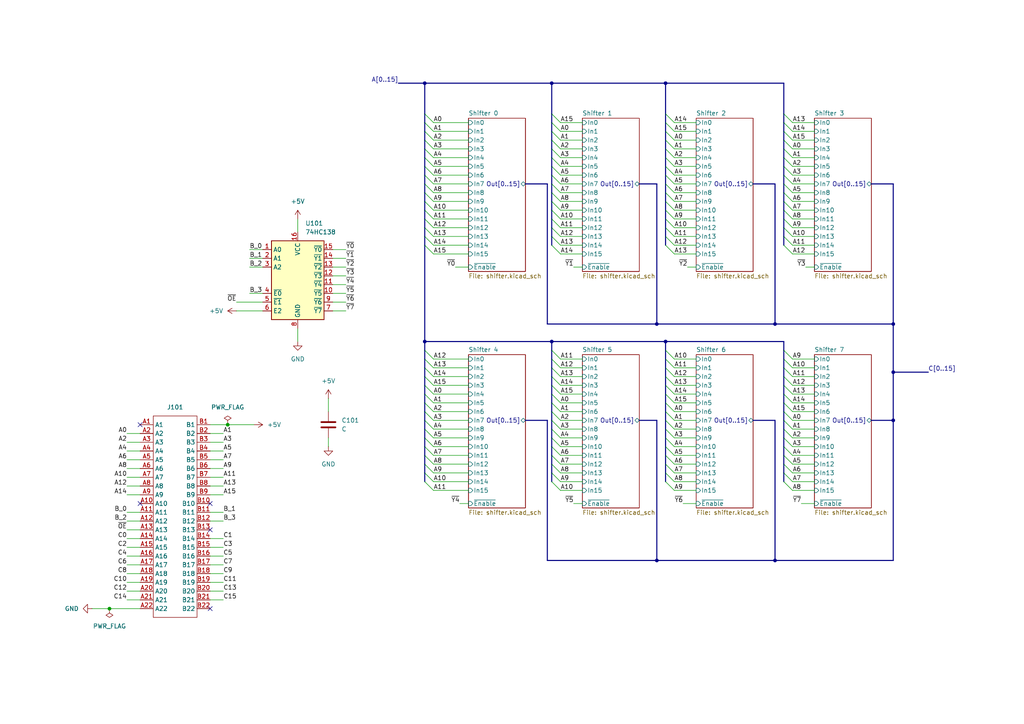
<source format=kicad_sch>
(kicad_sch (version 20231120) (generator "eeschema") (generator_version "8.0")
  (paper "A4")
  (lib_symbols
    (symbol "74xx:74HC138"
      (property "Reference" "U" (at -7.62 13.97 0))
      (property "Value" "74HC138" (at 2.54 -11.43 0))
      (symbol "74HC138_0_1"
        (rectangle (start -7.62 12.7) (end 7.62 -10.16) (stroke (width 0.254)) (fill (type background)))
      )
      (symbol "74HC138_1_1"
        (pin input line (at -10.16 10.16 0) (length 2.54) (name "A0") (number "1"))
        (pin output line (at 10.16 -2.54 180) (length 2.54) (name "~{Y5}") (number "10"))
        (pin output line (at 10.16 0 180) (length 2.54) (name "~{Y4}") (number "11"))
        (pin output line (at 10.16 2.54 180) (length 2.54) (name "~{Y3}") (number "12"))
        (pin output line (at 10.16 5.08 180) (length 2.54) (name "~{Y2}") (number "13"))
        (pin output line (at 10.16 7.62 180) (length 2.54) (name "~{Y1}") (number "14"))
        (pin output line (at 10.16 10.16 180) (length 2.54) (name "~{Y0}") (number "15"))
        (pin power_in line (at 0 15.24 270) (length 2.54) (name "VCC") (number "16"))
        (pin input line (at -10.16 7.62 0) (length 2.54) (name "A1") (number "2"))
        (pin input line (at -10.16 5.08 0) (length 2.54) (name "A2") (number "3"))
        (pin input line (at -10.16 -2.54 0) (length 2.54) (name "~{E0}") (number "4"))
        (pin input line (at -10.16 -5.08 0) (length 2.54) (name "~{E1}") (number "5"))
        (pin input line (at -10.16 -7.62 0) (length 2.54) (name "E2") (number "6"))
        (pin output line (at 10.16 -7.62 180) (length 2.54) (name "~{Y7}") (number "7"))
        (pin power_in line (at 0 -12.7 90) (length 2.54) (name "GND") (number "8"))
        (pin output line (at 10.16 -5.08 180) (length 2.54) (name "~{Y6}") (number "9"))
      )
    )
    (symbol "BoardEdgeConnectors:TE-5530843-4"
      (property "Reference" "J" (at -0.254 30.988 0))
      (symbol "TE-5530843-4_0_1"
        (rectangle (start -6.35 29.21) (end 6.35 -29.21))
      )
      (symbol "TE-5530843-4_1_1"
        (pin passive line (at -10.16 26.67 0) (length 3.81) (name "A1") (number "A1"))
        (pin passive line (at -10.16 3.81 0) (length 3.81) (name "A10") (number "A10"))
        (pin passive line (at -10.16 1.27 0) (length 3.81) (name "A11") (number "A11"))
        (pin passive line (at -10.16 -1.27 0) (length 3.81) (name "A12") (number "A12"))
        (pin passive line (at -10.16 -3.81 0) (length 3.81) (name "A13") (number "A13"))
        (pin passive line (at -10.16 -6.35 0) (length 3.81) (name "A14") (number "A14"))
        (pin passive line (at -10.16 -8.89 0) (length 3.81) (name "A15") (number "A15"))
        (pin passive line (at -10.16 -11.43 0) (length 3.81) (name "A16") (number "A16"))
        (pin passive line (at -10.16 -13.97 0) (length 3.81) (name "A17") (number "A17"))
        (pin passive line (at -10.16 -16.51 0) (length 3.81) (name "A18") (number "A18"))
        (pin passive line (at -10.16 -19.05 0) (length 3.81) (name "A19") (number "A19"))
        (pin passive line (at -10.16 24.13 0) (length 3.81) (name "A2") (number "A2"))
        (pin passive line (at -10.16 -21.59 0) (length 3.81) (name "A20") (number "A20"))
        (pin passive line (at -10.16 -24.13 0) (length 3.81) (name "A21") (number "A21"))
        (pin passive line (at -10.16 -26.67 0) (length 3.81) (name "A22") (number "A22"))
        (pin passive line (at -10.16 21.59 0) (length 3.81) (name "A3") (number "A3"))
        (pin passive line (at -10.16 19.05 0) (length 3.81) (name "A4") (number "A4"))
        (pin passive line (at -10.16 16.51 0) (length 3.81) (name "A5") (number "A5"))
        (pin passive line (at -10.16 13.97 0) (length 3.81) (name "A6") (number "A6"))
        (pin passive line (at -10.16 11.43 0) (length 3.81) (name "A7") (number "A7"))
        (pin passive line (at -10.16 8.89 0) (length 3.81) (name "A8") (number "A8"))
        (pin passive line (at -10.16 6.35 0) (length 3.81) (name "A9") (number "A9"))
        (pin passive line (at 10.16 26.67 180) (length 3.81) (name "B1") (number "B1"))
        (pin passive line (at 10.16 3.81 180) (length 3.81) (name "B10") (number "B10"))
        (pin passive line (at 10.16 1.27 180) (length 3.81) (name "B11") (number "B11"))
        (pin passive line (at 10.16 -1.27 180) (length 3.81) (name "B12") (number "B12"))
        (pin passive line (at 10.16 -3.81 180) (length 3.81) (name "B13") (number "B13"))
        (pin passive line (at 10.16 -6.35 180) (length 3.81) (name "B14") (number "B14"))
        (pin passive line (at 10.16 -8.89 180) (length 3.81) (name "B15") (number "B15"))
        (pin passive line (at 10.16 -11.43 180) (length 3.81) (name "B16") (number "B16"))
        (pin passive line (at 10.16 -13.97 180) (length 3.81) (name "B17") (number "B17"))
        (pin passive line (at 10.16 -16.51 180) (length 3.81) (name "B18") (number "B18"))
        (pin passive line (at 10.16 -19.05 180) (length 3.81) (name "B19") (number "B19"))
        (pin passive line (at 10.16 24.13 180) (length 3.81) (name "B2") (number "B2"))
        (pin passive line (at 10.16 -21.59 180) (length 3.81) (name "B20") (number "B20"))
        (pin passive line (at 10.16 -24.13 180) (length 3.81) (name "B21") (number "B21"))
        (pin passive line (at 10.16 -26.67 180) (length 3.81) (name "B22") (number "B22"))
        (pin passive line (at 10.16 21.59 180) (length 3.81) (name "B3") (number "B3"))
        (pin passive line (at 10.16 19.05 180) (length 3.81) (name "B4") (number "B4"))
        (pin passive line (at 10.16 16.51 180) (length 3.81) (name "B5") (number "B5"))
        (pin passive line (at 10.16 13.97 180) (length 3.81) (name "B6") (number "B6"))
        (pin passive line (at 10.16 11.43 180) (length 3.81) (name "B7") (number "B7"))
        (pin passive line (at 10.16 8.89 180) (length 3.81) (name "B8") (number "B8"))
        (pin passive line (at 10.16 6.35 180) (length 3.81) (name "B9") (number "B9"))
      )
    )
    (symbol "Device:C" (pin_numbers hide) (pin_names (offset 0.254))
      (property "Reference" "C" (at 0.635 2.54 0))
      (property "Value" "C" (at 0.635 -2.54 0))
      (symbol "C_0_1"
        (polyline (pts (xy -2.032 -0.762) (xy 2.032 -0.762)) (stroke (width 0.508)))
        (polyline (pts (xy -2.032 0.762) (xy 2.032 0.762)) (stroke (width 0.508)))
      )
      (symbol "C_1_1"
        (pin passive line (at 0 3.81 270) (length 2.794) (name "~") (number "1"))
        (pin passive line (at 0 -3.81 90) (length 2.794) (name "~") (number "2"))
      )
    )
    (symbol "power:+5V" (power) (pin_numbers hide) (pin_names (offset 0) hide)
      (property "Value" "+5V" (at 0 3.556 0))
      (symbol "+5V_0_1"
        (polyline (pts (xy -0.762 1.27) (xy 0 2.54)))
        (polyline (pts (xy 0 0) (xy 0 2.54)))
        (polyline (pts (xy 0 2.54) (xy 0.762 1.27)))
      )
      (symbol "+5V_1_1"
        (pin power_in line (at 0 0 90) (length 0) (name "~") (number "1"))
      )
    )
    (symbol "power:GND" (power) (pin_numbers hide) (pin_names (offset 0) hide)
      (property "Value" "GND" (at 0 -3.81 0))
      (symbol "GND_0_1"
        (polyline (pts (xy 0 0) (xy 0 -1.27) (xy 1.27 -1.27) (xy 0 -2.54) (xy -1.27 -1.27) (xy 0 -1.27)))
      )
      (symbol "GND_1_1"
        (pin power_in line (at 0 0 270) (length 0) (name "~") (number "1"))
      )
    )
    (symbol "power:PWR_FLAG" (power) (pin_numbers hide) (pin_names (offset 0) hide)
      (property "Value" "PWR_FLAG" (at 0 3.81 0))
      (symbol "PWR_FLAG_0_0"
        (pin power_out line (at 0 0 90) (length 0) (name "~") (number "1"))
      )
      (symbol "PWR_FLAG_0_1"
        (polyline (pts (xy 0 0) (xy 0 1.27) (xy -1.016 1.905) (xy 0 2.54) (xy 1.016 1.905) (xy 0 1.27)))
      )
    )
  )
  (junction (at 224.79 162.56))
  (junction (at 160.02 24.13))
  (junction (at 193.04 24.13))
  (junction (at 123.19 24.13))
  (junction (at 190.5 162.56))
  (junction (at 160.02 99.06))
  (junction (at 224.79 93.98))
  (junction (at 66.04 123.19))
  (junction (at 193.04 99.06))
  (junction (at 259.08 121.92))
  (junction (at 259.08 107.95))
  (junction (at 31.75 176.53))
  (junction (at 123.19 99.06))
  (junction (at 190.5 93.98))
  (junction (at 259.08 93.98))
  (no_connect (at 40.64 146.05))
  (no_connect (at 40.64 123.19))
  (no_connect (at 60.96 153.67))
  (no_connect (at 60.96 176.53))
  (no_connect (at 60.96 146.05))
  (bus_entry (at 193.04 45.72) (size 2.54 2.54))
  (bus_entry (at 227.33 119.38) (size 2.54 2.54))
  (bus_entry (at 193.04 121.92) (size 2.54 2.54))
  (bus_entry (at 227.33 43.18) (size 2.54 2.54))
  (bus_entry (at 160.02 60.96) (size 2.54 2.54))
  (bus_entry (at 193.04 71.12) (size 2.54 2.54))
  (bus_entry (at 193.04 58.42) (size 2.54 2.54))
  (bus_entry (at 193.04 68.58) (size 2.54 2.54))
  (bus_entry (at 227.33 127) (size 2.54 2.54))
  (bus_entry (at 160.02 114.3) (size 2.54 2.54))
  (bus_entry (at 160.02 35.56) (size 2.54 2.54))
  (bus_entry (at 123.19 116.84) (size 2.54 2.54))
  (bus_entry (at 123.19 137.16) (size 2.54 2.54))
  (bus_entry (at 160.02 132.08) (size 2.54 2.54))
  (bus_entry (at 193.04 63.5) (size 2.54 2.54))
  (bus_entry (at 123.19 60.96) (size 2.54 2.54))
  (bus_entry (at 160.02 119.38) (size 2.54 2.54))
  (bus_entry (at 193.04 109.22) (size 2.54 2.54))
  (bus_entry (at 160.02 53.34) (size 2.54 2.54))
  (bus_entry (at 160.02 106.68) (size 2.54 2.54))
  (bus_entry (at 123.19 134.62) (size 2.54 2.54))
  (bus_entry (at 227.33 38.1) (size 2.54 2.54))
  (bus_entry (at 227.33 104.14) (size 2.54 2.54))
  (bus_entry (at 123.19 43.18) (size 2.54 2.54))
  (bus_entry (at 227.33 53.34) (size 2.54 2.54))
  (bus_entry (at 160.02 137.16) (size 2.54 2.54))
  (bus_entry (at 123.19 48.26) (size 2.54 2.54))
  (bus_entry (at 193.04 124.46) (size 2.54 2.54))
  (bus_entry (at 123.19 40.64) (size 2.54 2.54))
  (bus_entry (at 160.02 104.14) (size 2.54 2.54))
  (bus_entry (at 227.33 50.8) (size 2.54 2.54))
  (bus_entry (at 123.19 68.58) (size 2.54 2.54))
  (bus_entry (at 227.33 106.68) (size 2.54 2.54))
  (bus_entry (at 227.33 68.58) (size 2.54 2.54))
  (bus_entry (at 160.02 134.62) (size 2.54 2.54))
  (bus_entry (at 123.19 53.34) (size 2.54 2.54))
  (bus_entry (at 160.02 48.26) (size 2.54 2.54))
  (bus_entry (at 123.19 58.42) (size 2.54 2.54))
  (bus_entry (at 193.04 134.62) (size 2.54 2.54))
  (bus_entry (at 160.02 124.46) (size 2.54 2.54))
  (bus_entry (at 227.33 48.26) (size 2.54 2.54))
  (bus_entry (at 227.33 137.16) (size 2.54 2.54))
  (bus_entry (at 193.04 40.64) (size 2.54 2.54))
  (bus_entry (at 123.19 127) (size 2.54 2.54))
  (bus_entry (at 123.19 132.08) (size 2.54 2.54))
  (bus_entry (at 123.19 109.22) (size 2.54 2.54))
  (bus_entry (at 227.33 116.84) (size 2.54 2.54))
  (bus_entry (at 160.02 127) (size 2.54 2.54))
  (bus_entry (at 160.02 50.8) (size 2.54 2.54))
  (bus_entry (at 123.19 106.68) (size 2.54 2.54))
  (bus_entry (at 160.02 43.18) (size 2.54 2.54))
  (bus_entry (at 160.02 101.6) (size 2.54 2.54))
  (bus_entry (at 193.04 33.02) (size 2.54 2.54))
  (bus_entry (at 123.19 121.92) (size 2.54 2.54))
  (bus_entry (at 160.02 66.04) (size 2.54 2.54))
  (bus_entry (at 193.04 53.34) (size 2.54 2.54))
  (bus_entry (at 123.19 114.3) (size 2.54 2.54))
  (bus_entry (at 193.04 60.96) (size 2.54 2.54))
  (bus_entry (at 193.04 129.54) (size 2.54 2.54))
  (bus_entry (at 123.19 129.54) (size 2.54 2.54))
  (bus_entry (at 193.04 50.8) (size 2.54 2.54))
  (bus_entry (at 193.04 55.88) (size 2.54 2.54))
  (bus_entry (at 227.33 55.88) (size 2.54 2.54))
  (bus_entry (at 123.19 45.72) (size 2.54 2.54))
  (bus_entry (at 160.02 71.12) (size 2.54 2.54))
  (bus_entry (at 193.04 139.7) (size 2.54 2.54))
  (bus_entry (at 160.02 68.58) (size 2.54 2.54))
  (bus_entry (at 193.04 35.56) (size 2.54 2.54))
  (bus_entry (at 227.33 60.96) (size 2.54 2.54))
  (bus_entry (at 227.33 134.62) (size 2.54 2.54))
  (bus_entry (at 123.19 33.02) (size 2.54 2.54))
  (bus_entry (at 123.19 35.56) (size 2.54 2.54))
  (bus_entry (at 123.19 50.8) (size 2.54 2.54))
  (bus_entry (at 123.19 66.04) (size 2.54 2.54))
  (bus_entry (at 160.02 139.7) (size 2.54 2.54))
  (bus_entry (at 160.02 111.76) (size 2.54 2.54))
  (bus_entry (at 123.19 119.38) (size 2.54 2.54))
  (bus_entry (at 227.33 45.72) (size 2.54 2.54))
  (bus_entry (at 227.33 66.04) (size 2.54 2.54))
  (bus_entry (at 123.19 38.1) (size 2.54 2.54))
  (bus_entry (at 227.33 40.64) (size 2.54 2.54))
  (bus_entry (at 227.33 35.56) (size 2.54 2.54))
  (bus_entry (at 160.02 129.54) (size 2.54 2.54))
  (bus_entry (at 193.04 106.68) (size 2.54 2.54))
  (bus_entry (at 227.33 101.6) (size 2.54 2.54))
  (bus_entry (at 227.33 71.12) (size 2.54 2.54))
  (bus_entry (at 160.02 116.84) (size 2.54 2.54))
  (bus_entry (at 193.04 48.26) (size 2.54 2.54))
  (bus_entry (at 227.33 111.76) (size 2.54 2.54))
  (bus_entry (at 123.19 124.46) (size 2.54 2.54))
  (bus_entry (at 193.04 111.76) (size 2.54 2.54))
  (bus_entry (at 160.02 33.02) (size 2.54 2.54))
  (bus_entry (at 160.02 121.92) (size 2.54 2.54))
  (bus_entry (at 193.04 132.08) (size 2.54 2.54))
  (bus_entry (at 160.02 55.88) (size 2.54 2.54))
  (bus_entry (at 193.04 43.18) (size 2.54 2.54))
  (bus_entry (at 193.04 127) (size 2.54 2.54))
  (bus_entry (at 227.33 63.5) (size 2.54 2.54))
  (bus_entry (at 227.33 124.46) (size 2.54 2.54))
  (bus_entry (at 160.02 58.42) (size 2.54 2.54))
  (bus_entry (at 193.04 66.04) (size 2.54 2.54))
  (bus_entry (at 227.33 33.02) (size 2.54 2.54))
  (bus_entry (at 123.19 55.88) (size 2.54 2.54))
  (bus_entry (at 227.33 132.08) (size 2.54 2.54))
  (bus_entry (at 193.04 101.6) (size 2.54 2.54))
  (bus_entry (at 193.04 104.14) (size 2.54 2.54))
  (bus_entry (at 193.04 137.16) (size 2.54 2.54))
  (bus_entry (at 123.19 104.14) (size 2.54 2.54))
  (bus_entry (at 123.19 101.6) (size 2.54 2.54))
  (bus_entry (at 123.19 111.76) (size 2.54 2.54))
  (bus_entry (at 160.02 109.22) (size 2.54 2.54))
  (bus_entry (at 123.19 71.12) (size 2.54 2.54))
  (bus_entry (at 227.33 109.22) (size 2.54 2.54))
  (bus_entry (at 123.19 63.5) (size 2.54 2.54))
  (bus_entry (at 160.02 45.72) (size 2.54 2.54))
  (bus_entry (at 227.33 121.92) (size 2.54 2.54))
  (bus_entry (at 227.33 139.7) (size 2.54 2.54))
  (bus_entry (at 160.02 40.64) (size 2.54 2.54))
  (bus_entry (at 227.33 114.3) (size 2.54 2.54))
  (bus_entry (at 193.04 114.3) (size 2.54 2.54))
  (bus_entry (at 193.04 38.1) (size 2.54 2.54))
  (bus_entry (at 123.19 139.7) (size 2.54 2.54))
  (bus_entry (at 160.02 38.1) (size 2.54 2.54))
  (bus_entry (at 227.33 129.54) (size 2.54 2.54))
  (bus_entry (at 160.02 63.5) (size 2.54 2.54))
  (bus_entry (at 193.04 119.38) (size 2.54 2.54))
  (bus_entry (at 193.04 116.84) (size 2.54 2.54))
  (bus_entry (at 227.33 58.42) (size 2.54 2.54))
  (wire (pts (xy 195.58 114.3) (xy 201.93 114.3)))
  (bus (pts (xy 218.44 53.34) (xy 224.79 53.34)))
  (wire (pts (xy 229.87 63.5) (xy 236.22 63.5)))
  (wire (pts (xy 229.87 142.24) (xy 236.22 142.24)))
  (wire (pts (xy 162.56 50.8) (xy 168.91 50.8)))
  (bus (pts (xy 227.33 99.06) (xy 227.33 101.6)))
  (bus (pts (xy 123.19 33.02) (xy 123.19 35.56)))
  (bus (pts (xy 123.19 99.06) (xy 123.19 101.6)))
  (wire (pts (xy 229.87 50.8) (xy 236.22 50.8)))
  (wire (pts (xy 162.56 45.72) (xy 168.91 45.72)))
  (bus (pts (xy 123.19 119.38) (xy 123.19 121.92)))
  (bus (pts (xy 252.73 121.92) (xy 259.08 121.92)))
  (wire (pts (xy 125.73 63.5) (xy 135.89 63.5)))
  (wire (pts (xy 60.96 140.97) (xy 64.77 140.97)))
  (wire (pts (xy 166.37 146.05) (xy 168.91 146.05)))
  (bus (pts (xy 160.02 40.64) (xy 160.02 43.18)))
  (wire (pts (xy 125.73 48.26) (xy 135.89 48.26)))
  (wire (pts (xy 72.39 72.39) (xy 76.2 72.39)))
  (wire (pts (xy 60.96 135.89) (xy 64.77 135.89)))
  (bus (pts (xy 193.04 40.64) (xy 193.04 43.18)))
  (wire (pts (xy 166.37 77.47) (xy 168.91 77.47)))
  (wire (pts (xy 229.87 35.56) (xy 236.22 35.56)))
  (wire (pts (xy 125.73 58.42) (xy 135.89 58.42)))
  (wire (pts (xy 125.73 35.56) (xy 135.89 35.56)))
  (wire (pts (xy 195.58 48.26) (xy 201.93 48.26)))
  (bus (pts (xy 227.33 129.54) (xy 227.33 132.08)))
  (wire (pts (xy 60.96 156.21) (xy 64.77 156.21)))
  (wire (pts (xy 162.56 124.46) (xy 168.91 124.46)))
  (wire (pts (xy 195.58 63.5) (xy 201.93 63.5)))
  (bus (pts (xy 160.02 99.06) (xy 193.04 99.06)))
  (wire (pts (xy 132.08 77.47) (xy 135.89 77.47)))
  (wire (pts (xy 162.56 73.66) (xy 168.91 73.66)))
  (wire (pts (xy 229.87 127) (xy 236.22 127)))
  (wire (pts (xy 72.39 77.47) (xy 76.2 77.47)))
  (bus (pts (xy 160.02 121.92) (xy 160.02 124.46)))
  (bus (pts (xy 123.19 60.96) (xy 123.19 63.5)))
  (bus (pts (xy 193.04 60.96) (xy 193.04 63.5)))
  (wire (pts (xy 95.25 127) (xy 95.25 129.54)))
  (wire (pts (xy 198.12 146.05) (xy 201.93 146.05)))
  (wire (pts (xy 96.52 82.55) (xy 100.33 82.55)))
  (bus (pts (xy 193.04 43.18) (xy 193.04 45.72)))
  (wire (pts (xy 162.56 38.1) (xy 168.91 38.1)))
  (bus (pts (xy 160.02 38.1) (xy 160.02 40.64)))
  (wire (pts (xy 195.58 35.56) (xy 201.93 35.56)))
  (wire (pts (xy 125.73 68.58) (xy 135.89 68.58)))
  (wire (pts (xy 60.96 133.35) (xy 64.77 133.35)))
  (bus (pts (xy 193.04 38.1) (xy 193.04 40.64)))
  (bus (pts (xy 123.19 53.34) (xy 123.19 55.88)))
  (bus (pts (xy 259.08 162.56) (xy 259.08 121.92)))
  (wire (pts (xy 195.58 142.24) (xy 201.93 142.24)))
  (wire (pts (xy 125.73 139.7) (xy 135.89 139.7)))
  (wire (pts (xy 229.87 55.88) (xy 236.22 55.88)))
  (bus (pts (xy 227.33 127) (xy 227.33 129.54)))
  (bus (pts (xy 227.33 132.08) (xy 227.33 134.62)))
  (wire (pts (xy 60.96 128.27) (xy 64.77 128.27)))
  (wire (pts (xy 125.73 121.92) (xy 135.89 121.92)))
  (bus (pts (xy 160.02 119.38) (xy 160.02 121.92)))
  (wire (pts (xy 125.73 132.08) (xy 135.89 132.08)))
  (wire (pts (xy 195.58 121.92) (xy 201.93 121.92)))
  (wire (pts (xy 162.56 106.68) (xy 168.91 106.68)))
  (bus (pts (xy 123.19 55.88) (xy 123.19 58.42)))
  (wire (pts (xy 36.83 128.27) (xy 40.64 128.27)))
  (bus (pts (xy 123.19 68.58) (xy 123.19 71.12)))
  (bus (pts (xy 193.04 106.68) (xy 193.04 109.22)))
  (wire (pts (xy 195.58 132.08) (xy 201.93 132.08)))
  (bus (pts (xy 193.04 58.42) (xy 193.04 60.96)))
  (wire (pts (xy 195.58 55.88) (xy 201.93 55.88)))
  (wire (pts (xy 162.56 121.92) (xy 168.91 121.92)))
  (bus (pts (xy 158.75 121.92) (xy 158.75 162.56)))
  (wire (pts (xy 96.52 85.09) (xy 100.33 85.09)))
  (wire (pts (xy 195.58 116.84) (xy 201.93 116.84)))
  (wire (pts (xy 229.87 48.26) (xy 236.22 48.26)))
  (wire (pts (xy 36.83 138.43) (xy 40.64 138.43)))
  (wire (pts (xy 195.58 124.46) (xy 201.93 124.46)))
  (bus (pts (xy 190.5 121.92) (xy 190.5 162.56)))
  (wire (pts (xy 162.56 129.54) (xy 168.91 129.54)))
  (wire (pts (xy 36.83 153.67) (xy 40.64 153.67)))
  (wire (pts (xy 162.56 109.22) (xy 168.91 109.22)))
  (bus (pts (xy 227.33 114.3) (xy 227.33 116.84)))
  (wire (pts (xy 229.87 104.14) (xy 236.22 104.14)))
  (bus (pts (xy 160.02 33.02) (xy 160.02 35.56)))
  (bus (pts (xy 123.19 129.54) (xy 123.19 132.08)))
  (bus (pts (xy 185.42 53.34) (xy 190.5 53.34)))
  (bus (pts (xy 227.33 101.6) (xy 227.33 104.14)))
  (bus (pts (xy 123.19 66.04) (xy 123.19 68.58)))
  (wire (pts (xy 125.73 55.88) (xy 135.89 55.88)))
  (bus (pts (xy 193.04 114.3) (xy 193.04 116.84)))
  (wire (pts (xy 125.73 127) (xy 135.89 127)))
  (wire (pts (xy 162.56 114.3) (xy 168.91 114.3)))
  (bus (pts (xy 160.02 124.46) (xy 160.02 127)))
  (bus (pts (xy 193.04 134.62) (xy 193.04 137.16)))
  (wire (pts (xy 195.58 104.14) (xy 201.93 104.14)))
  (wire (pts (xy 60.96 123.19) (xy 66.04 123.19)))
  (wire (pts (xy 195.58 66.04) (xy 201.93 66.04)))
  (wire (pts (xy 229.87 73.66) (xy 236.22 73.66)))
  (bus (pts (xy 193.04 119.38) (xy 193.04 121.92)))
  (wire (pts (xy 36.83 151.13) (xy 40.64 151.13)))
  (bus (pts (xy 193.04 137.16) (xy 193.04 139.7)))
  (wire (pts (xy 229.87 109.22) (xy 236.22 109.22)))
  (bus (pts (xy 227.33 116.84) (xy 227.33 119.38)))
  (wire (pts (xy 229.87 106.68) (xy 236.22 106.68)))
  (wire (pts (xy 36.83 133.35) (xy 40.64 133.35)))
  (wire (pts (xy 96.52 90.17) (xy 100.33 90.17)))
  (wire (pts (xy 125.73 106.68) (xy 135.89 106.68)))
  (bus (pts (xy 227.33 121.92) (xy 227.33 124.46)))
  (wire (pts (xy 66.04 123.19) (xy 73.66 123.19)))
  (bus (pts (xy 160.02 111.76) (xy 160.02 114.3)))
  (wire (pts (xy 162.56 119.38) (xy 168.91 119.38)))
  (wire (pts (xy 195.58 58.42) (xy 201.93 58.42)))
  (wire (pts (xy 195.58 40.64) (xy 201.93 40.64)))
  (bus (pts (xy 160.02 101.6) (xy 160.02 104.14)))
  (bus (pts (xy 190.5 53.34) (xy 190.5 93.98)))
  (bus (pts (xy 123.19 48.26) (xy 123.19 50.8)))
  (bus (pts (xy 193.04 104.14) (xy 193.04 106.68)))
  (bus (pts (xy 259.08 107.95) (xy 259.08 121.92)))
  (wire (pts (xy 195.58 43.18) (xy 201.93 43.18)))
  (bus (pts (xy 160.02 68.58) (xy 160.02 71.12)))
  (bus (pts (xy 123.19 71.12) (xy 123.19 99.06)))
  (bus (pts (xy 227.33 33.02) (xy 227.33 35.56)))
  (wire (pts (xy 96.52 72.39) (xy 100.33 72.39)))
  (bus (pts (xy 227.33 104.14) (xy 227.33 106.68)))
  (wire (pts (xy 68.58 87.63) (xy 76.2 87.63)))
  (bus (pts (xy 123.19 58.42) (xy 123.19 60.96)))
  (wire (pts (xy 125.73 50.8) (xy 135.89 50.8)))
  (wire (pts (xy 195.58 137.16) (xy 201.93 137.16)))
  (wire (pts (xy 36.83 161.29) (xy 40.64 161.29)))
  (bus (pts (xy 193.04 121.92) (xy 193.04 124.46)))
  (bus (pts (xy 123.19 104.14) (xy 123.19 106.68)))
  (bus (pts (xy 259.08 93.98) (xy 259.08 107.95)))
  (bus (pts (xy 193.04 66.04) (xy 193.04 68.58)))
  (wire (pts (xy 195.58 50.8) (xy 201.93 50.8)))
  (bus (pts (xy 218.44 121.92) (xy 224.79 121.92)))
  (wire (pts (xy 195.58 119.38) (xy 201.93 119.38)))
  (bus (pts (xy 227.33 24.13) (xy 227.33 33.02)))
  (wire (pts (xy 162.56 60.96) (xy 168.91 60.96)))
  (bus (pts (xy 185.42 121.92) (xy 190.5 121.92)))
  (wire (pts (xy 195.58 106.68) (xy 201.93 106.68)))
  (bus (pts (xy 123.19 35.56) (xy 123.19 38.1)))
  (bus (pts (xy 123.19 134.62) (xy 123.19 137.16)))
  (wire (pts (xy 232.41 146.05) (xy 236.22 146.05)))
  (bus (pts (xy 193.04 53.34) (xy 193.04 55.88)))
  (wire (pts (xy 96.52 87.63) (xy 100.33 87.63)))
  (bus (pts (xy 123.19 137.16) (xy 123.19 139.7)))
  (wire (pts (xy 86.36 63.5) (xy 86.36 67.31)))
  (wire (pts (xy 125.73 104.14) (xy 135.89 104.14)))
  (wire (pts (xy 229.87 132.08) (xy 236.22 132.08)))
  (bus (pts (xy 227.33 53.34) (xy 227.33 55.88)))
  (bus (pts (xy 160.02 63.5) (xy 160.02 66.04)))
  (bus (pts (xy 158.75 162.56) (xy 190.5 162.56)))
  (wire (pts (xy 36.83 148.59) (xy 40.64 148.59)))
  (wire (pts (xy 125.73 40.64) (xy 135.89 40.64)))
  (wire (pts (xy 162.56 43.18) (xy 168.91 43.18)))
  (bus (pts (xy 193.04 68.58) (xy 193.04 71.12)))
  (wire (pts (xy 125.73 134.62) (xy 135.89 134.62)))
  (bus (pts (xy 193.04 48.26) (xy 193.04 50.8)))
  (bus (pts (xy 160.02 106.68) (xy 160.02 109.22)))
  (wire (pts (xy 125.73 60.96) (xy 135.89 60.96)))
  (wire (pts (xy 60.96 168.91) (xy 64.77 168.91)))
  (wire (pts (xy 96.52 80.01) (xy 100.33 80.01)))
  (wire (pts (xy 36.83 156.21) (xy 40.64 156.21)))
  (wire (pts (xy 36.83 163.83) (xy 40.64 163.83)))
  (bus (pts (xy 227.33 111.76) (xy 227.33 114.3)))
  (bus (pts (xy 193.04 116.84) (xy 193.04 119.38)))
  (wire (pts (xy 162.56 142.24) (xy 168.91 142.24)))
  (wire (pts (xy 36.83 140.97) (xy 40.64 140.97)))
  (wire (pts (xy 162.56 55.88) (xy 168.91 55.88)))
  (bus (pts (xy 123.19 50.8) (xy 123.19 53.34)))
  (wire (pts (xy 195.58 134.62) (xy 201.93 134.62)))
  (bus (pts (xy 152.4 53.34) (xy 158.75 53.34)))
  (bus (pts (xy 227.33 106.68) (xy 227.33 109.22)))
  (bus (pts (xy 193.04 33.02) (xy 193.04 35.56)))
  (wire (pts (xy 60.96 158.75) (xy 64.77 158.75)))
  (wire (pts (xy 125.73 109.22) (xy 135.89 109.22)))
  (bus (pts (xy 259.08 93.98) (xy 259.08 53.34)))
  (wire (pts (xy 229.87 111.76) (xy 236.22 111.76)))
  (wire (pts (xy 36.83 125.73) (xy 40.64 125.73)))
  (wire (pts (xy 229.87 53.34) (xy 236.22 53.34)))
  (bus (pts (xy 160.02 109.22) (xy 160.02 111.76)))
  (bus (pts (xy 160.02 66.04) (xy 160.02 68.58)))
  (wire (pts (xy 195.58 109.22) (xy 201.93 109.22)))
  (bus (pts (xy 160.02 129.54) (xy 160.02 132.08)))
  (bus (pts (xy 227.33 45.72) (xy 227.33 48.26)))
  (wire (pts (xy 125.73 43.18) (xy 135.89 43.18)))
  (bus (pts (xy 193.04 109.22) (xy 193.04 111.76)))
  (wire (pts (xy 125.73 119.38) (xy 135.89 119.38)))
  (wire (pts (xy 125.73 73.66) (xy 135.89 73.66)))
  (bus (pts (xy 160.02 53.34) (xy 160.02 55.88)))
  (wire (pts (xy 36.83 168.91) (xy 40.64 168.91)))
  (wire (pts (xy 36.83 158.75) (xy 40.64 158.75)))
  (bus (pts (xy 160.02 116.84) (xy 160.02 119.38)))
  (bus (pts (xy 227.33 68.58) (xy 227.33 71.12)))
  (bus (pts (xy 115.57 24.13) (xy 123.19 24.13)))
  (wire (pts (xy 162.56 40.64) (xy 168.91 40.64)))
  (bus (pts (xy 160.02 137.16) (xy 160.02 139.7)))
  (bus (pts (xy 227.33 119.38) (xy 227.33 121.92)))
  (wire (pts (xy 31.75 176.53) (xy 40.64 176.53)))
  (bus (pts (xy 227.33 66.04) (xy 227.33 68.58)))
  (bus (pts (xy 227.33 124.46) (xy 227.33 127)))
  (bus (pts (xy 123.19 132.08) (xy 123.19 134.62)))
  (wire (pts (xy 60.96 125.73) (xy 64.77 125.73)))
  (wire (pts (xy 195.58 127) (xy 201.93 127)))
  (bus (pts (xy 227.33 38.1) (xy 227.33 40.64)))
  (bus (pts (xy 160.02 50.8) (xy 160.02 53.34)))
  (bus (pts (xy 123.19 109.22) (xy 123.19 111.76)))
  (bus (pts (xy 227.33 48.26) (xy 227.33 50.8)))
  (bus (pts (xy 160.02 24.13) (xy 193.04 24.13)))
  (bus (pts (xy 193.04 24.13) (xy 227.33 24.13)))
  (wire (pts (xy 125.73 116.84) (xy 135.89 116.84)))
  (bus (pts (xy 123.19 43.18) (xy 123.19 45.72)))
  (wire (pts (xy 162.56 111.76) (xy 168.91 111.76)))
  (wire (pts (xy 229.87 40.64) (xy 236.22 40.64)))
  (wire (pts (xy 36.83 166.37) (xy 40.64 166.37)))
  (bus (pts (xy 193.04 24.13) (xy 193.04 33.02)))
  (bus (pts (xy 123.19 40.64) (xy 123.19 43.18)))
  (bus (pts (xy 160.02 127) (xy 160.02 129.54)))
  (bus (pts (xy 123.19 45.72) (xy 123.19 48.26)))
  (bus (pts (xy 160.02 48.26) (xy 160.02 50.8)))
  (wire (pts (xy 195.58 38.1) (xy 201.93 38.1)))
  (bus (pts (xy 160.02 114.3) (xy 160.02 116.84)))
  (bus (pts (xy 227.33 35.56) (xy 227.33 38.1)))
  (wire (pts (xy 60.96 151.13) (xy 64.77 151.13)))
  (wire (pts (xy 195.58 73.66) (xy 201.93 73.66)))
  (bus (pts (xy 123.19 116.84) (xy 123.19 119.38)))
  (bus (pts (xy 193.04 50.8) (xy 193.04 53.34)))
  (bus (pts (xy 224.79 93.98) (xy 259.08 93.98)))
  (bus (pts (xy 193.04 55.88) (xy 193.04 58.42)))
  (bus (pts (xy 123.19 63.5) (xy 123.19 66.04)))
  (wire (pts (xy 229.87 114.3) (xy 236.22 114.3)))
  (bus (pts (xy 123.19 111.76) (xy 123.19 114.3)))
  (wire (pts (xy 72.39 74.93) (xy 76.2 74.93)))
  (bus (pts (xy 227.33 40.64) (xy 227.33 43.18)))
  (bus (pts (xy 193.04 99.06) (xy 227.33 99.06)))
  (bus (pts (xy 160.02 55.88) (xy 160.02 58.42)))
  (wire (pts (xy 162.56 134.62) (xy 168.91 134.62)))
  (wire (pts (xy 162.56 35.56) (xy 168.91 35.56)))
  (wire (pts (xy 36.83 135.89) (xy 40.64 135.89)))
  (bus (pts (xy 160.02 132.08) (xy 160.02 134.62)))
  (wire (pts (xy 125.73 124.46) (xy 135.89 124.46)))
  (wire (pts (xy 229.87 116.84) (xy 236.22 116.84)))
  (bus (pts (xy 224.79 53.34) (xy 224.79 93.98)))
  (bus (pts (xy 158.75 93.98) (xy 190.5 93.98)))
  (bus (pts (xy 190.5 162.56) (xy 224.79 162.56)))
  (bus (pts (xy 227.33 109.22) (xy 227.33 111.76)))
  (wire (pts (xy 233.68 77.47) (xy 236.22 77.47)))
  (bus (pts (xy 160.02 45.72) (xy 160.02 48.26)))
  (wire (pts (xy 96.52 77.47) (xy 100.33 77.47)))
  (wire (pts (xy 125.73 111.76) (xy 135.89 111.76)))
  (bus (pts (xy 123.19 38.1) (xy 123.19 40.64)))
  (wire (pts (xy 195.58 68.58) (xy 201.93 68.58)))
  (bus (pts (xy 123.19 114.3) (xy 123.19 116.84)))
  (bus (pts (xy 227.33 137.16) (xy 227.33 139.7)))
  (wire (pts (xy 125.73 137.16) (xy 135.89 137.16)))
  (bus (pts (xy 123.19 101.6) (xy 123.19 104.14)))
  (bus (pts (xy 123.19 127) (xy 123.19 129.54)))
  (wire (pts (xy 229.87 58.42) (xy 236.22 58.42)))
  (bus (pts (xy 123.19 106.68) (xy 123.19 109.22)))
  (wire (pts (xy 229.87 121.92) (xy 236.22 121.92)))
  (wire (pts (xy 195.58 129.54) (xy 201.93 129.54)))
  (wire (pts (xy 229.87 60.96) (xy 236.22 60.96)))
  (bus (pts (xy 193.04 63.5) (xy 193.04 66.04)))
  (wire (pts (xy 68.58 90.17) (xy 76.2 90.17)))
  (bus (pts (xy 193.04 129.54) (xy 193.04 132.08)))
  (wire (pts (xy 125.73 71.12) (xy 135.89 71.12)))
  (bus (pts (xy 193.04 132.08) (xy 193.04 134.62)))
  (wire (pts (xy 60.96 148.59) (xy 64.77 148.59)))
  (bus (pts (xy 193.04 101.6) (xy 193.04 104.14)))
  (wire (pts (xy 229.87 129.54) (xy 236.22 129.54)))
  (bus (pts (xy 259.08 107.95) (xy 269.24 107.95)))
  (wire (pts (xy 229.87 68.58) (xy 236.22 68.58)))
  (bus (pts (xy 193.04 45.72) (xy 193.04 48.26)))
  (bus (pts (xy 193.04 99.06) (xy 193.04 101.6)))
  (wire (pts (xy 95.25 115.57) (xy 95.25 119.38)))
  (bus (pts (xy 227.33 50.8) (xy 227.33 53.34)))
  (wire (pts (xy 125.73 38.1) (xy 135.89 38.1)))
  (wire (pts (xy 195.58 71.12) (xy 201.93 71.12)))
  (wire (pts (xy 229.87 71.12) (xy 236.22 71.12)))
  (bus (pts (xy 252.73 53.34) (xy 259.08 53.34)))
  (wire (pts (xy 125.73 142.24) (xy 135.89 142.24)))
  (wire (pts (xy 162.56 139.7) (xy 168.91 139.7)))
  (bus (pts (xy 123.19 99.06) (xy 160.02 99.06)))
  (wire (pts (xy 60.96 161.29) (xy 64.77 161.29)))
  (wire (pts (xy 125.73 45.72) (xy 135.89 45.72)))
  (wire (pts (xy 229.87 139.7) (xy 236.22 139.7)))
  (wire (pts (xy 162.56 137.16) (xy 168.91 137.16)))
  (wire (pts (xy 60.96 171.45) (xy 64.77 171.45)))
  (bus (pts (xy 123.19 24.13) (xy 160.02 24.13)))
  (wire (pts (xy 96.52 74.93) (xy 100.33 74.93)))
  (wire (pts (xy 125.73 114.3) (xy 135.89 114.3)))
  (wire (pts (xy 229.87 119.38) (xy 236.22 119.38)))
  (bus (pts (xy 193.04 111.76) (xy 193.04 114.3)))
  (bus (pts (xy 227.33 63.5) (xy 227.33 66.04)))
  (wire (pts (xy 195.58 60.96) (xy 201.93 60.96)))
  (wire (pts (xy 229.87 124.46) (xy 236.22 124.46)))
  (wire (pts (xy 162.56 68.58) (xy 168.91 68.58)))
  (wire (pts (xy 229.87 137.16) (xy 236.22 137.16)))
  (bus (pts (xy 224.79 162.56) (xy 259.08 162.56)))
  (wire (pts (xy 162.56 127) (xy 168.91 127)))
  (wire (pts (xy 229.87 66.04) (xy 236.22 66.04)))
  (wire (pts (xy 60.96 138.43) (xy 64.77 138.43)))
  (bus (pts (xy 224.79 121.92) (xy 224.79 162.56)))
  (bus (pts (xy 160.02 60.96) (xy 160.02 63.5)))
  (bus (pts (xy 193.04 127) (xy 193.04 129.54)))
  (wire (pts (xy 195.58 53.34) (xy 201.93 53.34)))
  (wire (pts (xy 162.56 132.08) (xy 168.91 132.08)))
  (wire (pts (xy 199.39 77.47) (xy 201.93 77.47)))
  (wire (pts (xy 26.67 176.53) (xy 31.75 176.53)))
  (wire (pts (xy 195.58 139.7) (xy 201.93 139.7)))
  (wire (pts (xy 125.73 129.54) (xy 135.89 129.54)))
  (wire (pts (xy 195.58 45.72) (xy 201.93 45.72)))
  (bus (pts (xy 190.5 93.98) (xy 224.79 93.98)))
  (bus (pts (xy 160.02 99.06) (xy 160.02 101.6)))
  (wire (pts (xy 72.39 85.09) (xy 76.2 85.09)))
  (wire (pts (xy 229.87 134.62) (xy 236.22 134.62)))
  (wire (pts (xy 86.36 95.25) (xy 86.36 99.06)))
  (bus (pts (xy 158.75 53.34) (xy 158.75 93.98)))
  (wire (pts (xy 125.73 53.34) (xy 135.89 53.34)))
  (bus (pts (xy 160.02 43.18) (xy 160.02 45.72)))
  (wire (pts (xy 162.56 71.12) (xy 168.91 71.12)))
  (bus (pts (xy 227.33 43.18) (xy 227.33 45.72)))
  (bus (pts (xy 152.4 121.92) (xy 158.75 121.92)))
  (wire (pts (xy 36.83 143.51) (xy 40.64 143.51)))
  (bus (pts (xy 227.33 60.96) (xy 227.33 63.5)))
  (wire (pts (xy 162.56 116.84) (xy 168.91 116.84)))
  (wire (pts (xy 162.56 63.5) (xy 168.91 63.5)))
  (wire (pts (xy 162.56 104.14) (xy 168.91 104.14)))
  (wire (pts (xy 60.96 173.99) (xy 64.77 173.99)))
  (wire (pts (xy 229.87 38.1) (xy 236.22 38.1)))
  (wire (pts (xy 36.83 171.45) (xy 40.64 171.45)))
  (bus (pts (xy 123.19 121.92) (xy 123.19 124.46)))
  (bus (pts (xy 123.19 24.13) (xy 123.19 33.02)))
  (bus (pts (xy 160.02 24.13) (xy 160.02 33.02)))
  (wire (pts (xy 125.73 66.04) (xy 135.89 66.04)))
  (wire (pts (xy 195.58 111.76) (xy 201.93 111.76)))
  (wire (pts (xy 60.96 143.51) (xy 64.77 143.51)))
  (wire (pts (xy 133.35 146.05) (xy 135.89 146.05)))
  (wire (pts (xy 229.87 43.18) (xy 236.22 43.18)))
  (wire (pts (xy 162.56 48.26) (xy 168.91 48.26)))
  (bus (pts (xy 227.33 134.62) (xy 227.33 137.16)))
  (wire (pts (xy 36.83 130.81) (xy 40.64 130.81)))
  (bus (pts (xy 160.02 35.56) (xy 160.02 38.1)))
  (wire (pts (xy 162.56 66.04) (xy 168.91 66.04)))
  (wire (pts (xy 60.96 130.81) (xy 64.77 130.81)))
  (bus (pts (xy 227.33 58.42) (xy 227.33 60.96)))
  (wire (pts (xy 162.56 53.34) (xy 168.91 53.34)))
  (wire (pts (xy 60.96 163.83) (xy 64.77 163.83)))
  (wire (pts (xy 36.83 173.99) (xy 40.64 173.99)))
  (wire (pts (xy 60.96 166.37) (xy 64.77 166.37)))
  (bus (pts (xy 193.04 124.46) (xy 193.04 127)))
  (bus (pts (xy 123.19 124.46) (xy 123.19 127)))
  (bus (pts (xy 193.04 35.56) (xy 193.04 38.1)))
  (wire (pts (xy 229.87 45.72) (xy 236.22 45.72)))
  (bus (pts (xy 160.02 58.42) (xy 160.02 60.96)))
  (bus (pts (xy 227.33 55.88) (xy 227.33 58.42)))
  (bus (pts (xy 160.02 104.14) (xy 160.02 106.68)))
  (wire (pts (xy 162.56 58.42) (xy 168.91 58.42)))
  (bus (pts (xy 160.02 134.62) (xy 160.02 137.16)))
  (label "A13" (at 162.56 71.12 0))
  (label "~{Y1}" (at 100.33 74.93 0))
  (label "A8" (at 36.83 135.89 180))
  (label "A3" (at 125.73 121.92 0))
  (label "A5" (at 162.56 129.54 0))
  (label "A14" (at 162.56 73.66 0))
  (label "A4" (at 229.87 132.08 0))
  (label "C2" (at 36.83 158.75 180))
  (label "A15" (at 162.56 35.56 0))
  (label "~{Y0}" (at 100.33 72.39 0))
  (label "C3" (at 64.77 158.75 0))
  (label "A10" (at 125.73 60.96 0))
  (label "A7" (at 64.77 133.35 0))
  (label "A9" (at 195.58 142.24 0))
  (label "A8" (at 125.73 134.62 0))
  (label "A15" (at 125.73 73.66 0))
  (label "~{Y5}" (at 100.33 85.09 0))
  (label "A11" (at 125.73 63.5 0))
  (label "A13" (at 125.73 68.58 0))
  (label "A0" (at 195.58 119.38 0))
  (label "A15" (at 229.87 119.38 0))
  (label "A0" (at 229.87 121.92 0))
  (label "A1" (at 229.87 124.46 0))
  (label "A1" (at 162.56 119.38 0))
  (label "A5" (at 64.77 130.81 0))
  (label "C13" (at 64.77 171.45 0))
  (label "A9" (at 229.87 104.14 0))
  (label "A12" (at 195.58 71.12 0))
  (label "C14" (at 36.83 173.99 180))
  (label "A6" (at 195.58 55.88 0))
  (label "A14" (at 36.83 143.51 180))
  (label "A3" (at 195.58 127 0))
  (label "B_1" (at 64.77 148.59 0))
  (label "A15" (at 195.58 116.84 0))
  (label "A1" (at 195.58 43.18 0))
  (label "A14" (at 162.56 111.76 0))
  (label "A7" (at 229.87 60.96 0))
  (label "~{OE}" (at 68.58 87.63 180))
  (label "C12" (at 36.83 171.45 180))
  (label "A11" (at 229.87 71.12 0))
  (label "A2" (at 229.87 127 0))
  (label "C15" (at 64.77 173.99 0))
  (label "A7" (at 162.56 134.62 0))
  (label "A4" (at 162.56 127 0))
  (label "A10" (at 162.56 63.5 0))
  (label "A1" (at 195.58 121.92 0))
  (label "A4" (at 195.58 50.8 0))
  (label "A8" (at 229.87 63.5 0))
  (label "A6" (at 36.83 133.35 180))
  (label "~{OE}" (at 36.83 153.67 180))
  (label "A8" (at 195.58 60.96 0))
  (label "A3" (at 229.87 50.8 0))
  (label "A9" (at 195.58 63.5 0))
  (label "A6" (at 229.87 137.16 0))
  (label "A0" (at 125.73 35.56 0))
  (label "A6" (at 125.73 129.54 0))
  (label "~{Y6}" (at 198.12 146.05 180))
  (label "A6" (at 162.56 53.34 0))
  (label "~{Y2}" (at 100.33 77.47 0))
  (label "A11" (at 162.56 66.04 0))
  (label "A11" (at 64.77 138.43 0))
  (label "A0" (at 125.73 114.3 0))
  (label "A0" (at 229.87 43.18 0))
  (label "A2" (at 36.83 128.27 180))
  (label "~{Y4}" (at 133.35 146.05 180))
  (label "A13" (at 125.73 106.68 0))
  (label "A12" (at 195.58 109.22 0))
  (label "A13" (at 229.87 114.3 0))
  (label "A15" (at 195.58 38.1 0))
  (label "A8" (at 162.56 58.42 0))
  (label "A15" (at 64.77 143.51 0))
  (label "B_1" (at 72.39 74.93 0))
  (label "A4" (at 36.83 130.81 180))
  (label "A5" (at 195.58 132.08 0))
  (label "A4" (at 229.87 53.34 0))
  (label "A6" (at 229.87 58.42 0))
  (label "A9" (at 229.87 66.04 0))
  (label "A6" (at 195.58 134.62 0))
  (label "A2" (at 195.58 45.72 0))
  (label "A11" (at 195.58 106.68 0))
  (label "C[0..15]" (at 269.24 107.95 0))
  (label "~{Y3}" (at 233.68 77.47 180))
  (label "A0" (at 162.56 38.1 0))
  (label "A2" (at 162.56 43.18 0))
  (label "~{Y7}" (at 232.41 146.05 180))
  (label "C5" (at 64.77 161.29 0))
  (label "A2" (at 125.73 119.38 0))
  (label "A14" (at 195.58 114.3 0))
  (label "A5" (at 229.87 134.62 0))
  (label "A12" (at 162.56 68.58 0))
  (label "A8" (at 162.56 137.16 0))
  (label "B_3" (at 72.39 85.09 0))
  (label "A3" (at 125.73 43.18 0))
  (label "A11" (at 125.73 142.24 0))
  (label "A14" (at 125.73 109.22 0))
  (label "A4" (at 162.56 48.26 0))
  (label "A9" (at 125.73 137.16 0))
  (label "A5" (at 195.58 53.34 0))
  (label "A13" (at 64.77 140.97 0))
  (label "C1" (at 64.77 156.21 0))
  (label "A4" (at 125.73 45.72 0))
  (label "A13" (at 195.58 73.66 0))
  (label "A5" (at 125.73 48.26 0))
  (label "A15" (at 162.56 114.3 0))
  (label "A5" (at 162.56 50.8 0))
  (label "~{Y0}" (at 132.08 77.47 180))
  (label "A2" (at 125.73 40.64 0))
  (label "A0" (at 195.58 40.64 0))
  (label "A12" (at 162.56 106.68 0))
  (label "A2" (at 229.87 48.26 0))
  (label "A6" (at 125.73 50.8 0))
  (label "A10" (at 36.83 138.43 180))
  (label "A4" (at 125.73 124.46 0))
  (label "~{Y5}" (at 166.37 146.05 180))
  (label "A3" (at 64.77 128.27 0))
  (label "A8" (at 229.87 142.24 0))
  (label "C10" (at 36.83 168.91 180))
  (label "A1" (at 162.56 40.64 0))
  (label "A3" (at 229.87 129.54 0))
  (label "~{Y3}" (at 100.33 80.01 0))
  (label "A14" (at 125.73 71.12 0))
  (label "A12" (at 36.83 140.97 180))
  (label "A10" (at 125.73 139.7 0))
  (label "A7" (at 162.56 55.88 0))
  (label "A0" (at 36.83 125.73 180))
  (label "C4" (at 36.83 161.29 180))
  (label "A9" (at 162.56 60.96 0))
  (label "C6" (at 36.83 163.83 180))
  (label "A4" (at 195.58 129.54 0))
  (label "~{Y1}" (at 166.37 77.47 180))
  (label "A10" (at 195.58 104.14 0))
  (label "A1" (at 125.73 116.84 0))
  (label "A13" (at 195.58 111.76 0))
  (label "~{Y7}" (at 100.33 90.17 0))
  (label "B_3" (at 64.77 151.13 0))
  (label "A15" (at 229.87 40.64 0))
  (label "A14" (at 195.58 35.56 0))
  (label "A8" (at 125.73 55.88 0))
  (label "A9" (at 64.77 135.89 0))
  (label "C11" (at 64.77 168.91 0))
  (label "A10" (at 229.87 68.58 0))
  (label "A10" (at 195.58 66.04 0))
  (label "C8" (at 36.83 166.37 180))
  (label "C0" (at 36.83 156.21 180))
  (label "A9" (at 162.56 139.7 0))
  (label "A10" (at 162.56 142.24 0))
  (label "A8" (at 195.58 139.7 0))
  (label "A1" (at 64.77 125.73 0))
  (label "A1" (at 229.87 45.72 0))
  (label "C7" (at 64.77 163.83 0))
  (label "B_2" (at 36.83 151.13 180))
  (label "A5" (at 229.87 55.88 0))
  (label "B_0" (at 36.83 148.59 180))
  (label "A7" (at 195.58 58.42 0))
  (label "B_0" (at 72.39 72.39 0))
  (label "A7" (at 125.73 53.34 0))
  (label "A1" (at 125.73 38.1 0))
  (label "A3" (at 162.56 45.72 0))
  (label "A6" (at 162.56 132.08 0))
  (label "A7" (at 229.87 139.7 0))
  (label "A12" (at 125.73 104.14 0))
  (label "A3" (at 162.56 124.46 0))
  (label "A0" (at 162.56 116.84 0))
  (label "A11" (at 195.58 68.58 0))
  (label "A3" (at 195.58 48.26 0))
  (label "A12" (at 229.87 111.76 0))
  (label "A12" (at 229.87 73.66 0))
  (label "A12" (at 125.73 66.04 0))
  (label "A15" (at 125.73 111.76 0))
  (label "~{Y6}" (at 100.33 87.63 0))
  (label "A13" (at 229.87 35.56 0))
  (label "~{Y2}" (at 199.39 77.47 180))
  (label "~{Y4}" (at 100.33 82.55 0))
  (label "C9" (at 64.77 166.37 0))
  (label "A7" (at 125.73 132.08 0))
  (label "A13" (at 162.56 109.22 0))
  (label "A5" (at 125.73 127 0))
  (label "A2" (at 162.56 121.92 0))
  (label "A9" (at 125.73 58.42 0))
  (label "A[0..15]" (at 115.57 24.13 180))
  (label "A11" (at 162.56 104.14 0))
  (label "A11" (at 229.87 109.22 0))
  (label "A14" (at 229.87 116.84 0))
  (label "A2" (at 195.58 124.46 0))
  (label "B_2" (at 72.39 77.47 0))
  (label "A14" (at 229.87 38.1 0))
  (label "A10" (at 229.87 106.68 0))
  (label "A7" (at 195.58 137.16 0))
  (symbol (lib_id "power:PWR_FLAG") (at 66.04 123.19 0) (unit 1)
    (property "Reference" "#FLG0101" (effects (hide yes)))
    (property "Value" "PWR_FLAG" (at 66.04 118.11 0))
    (property "Description" "Special symbol for telling ERC where power comes from" (effects (hide yes)))
  )
  (symbol (lib_id "74xx:74HC138") (at 86.36 82.55 0) (unit 1)
    (property "Reference" "U101" (at 88.5541 64.77 0) (effects (justify left)))
    (property "Value" "74HC138" (at 88.5541 67.31 0) (effects (justify left)))
    (property "Footprint" "Package_DIP:DIP-16_W7.62mm_Socket" (effects (hide yes)))
    (property "Datasheet" "http://www.ti.com/lit/ds/symlink/cd74hc238.pdf" (effects (hide yes)))
    (property "Description" "3-to-8 line decoder/multiplexer inverting, DIP-16/SOIC-16/SSOP-16" (effects (hide yes)))
  )
  (symbol (lib_id "power:GND") (at 86.36 99.06 0) (unit 1)
    (property "Reference" "#PWR0102" (effects (hide yes)))
    (property "Value" "GND" (at 86.36 104.14 0))
    (property "Description" "Power symbol creates a global label with name \"GND\" , ground" (effects (hide yes)))
  )
  (symbol (lib_id "BoardEdgeConnectors:TE-5530843-4") (at 50.8 149.86 0) (unit 1)
    (property "Reference" "J101" (at 50.8 118.11 0))
    (property "Footprint" "BoardEdgeConnectors:TE-5530843-4-Edge" (effects (hide yes)))
    (property "Datasheet" "https://www.te.com/en/product-5530843-4.html" (effects (hide yes)))
    (property "Description" "44 contact board edge connector" (effects (hide yes)))
  )
  (symbol (lib_id "power:+5V") (at 95.25 115.57 0) (unit 1)
    (property "Reference" "#PWR0103" (effects (hide yes)))
    (property "Value" "+5V" (at 95.25 110.49 0))
    (property "Description" "Power symbol creates a global label with name \"+5V\"" (effects (hide yes)))
  )
  (symbol (lib_id "power:PWR_FLAG") (at 31.75 176.53 180) (unit 1)
    (property "Reference" "#FLG0102" (effects (hide yes)))
    (property "Value" "PWR_FLAG" (at 31.75 181.61 0))
    (property "Description" "Special symbol for telling ERC where power comes from" (effects (hide yes)))
  )
  (symbol (lib_id "power:+5V") (at 86.36 63.5 0) (unit 1)
    (property "Reference" "#PWR0101" (effects (hide yes)))
    (property "Value" "+5V" (at 86.36 58.42 0))
    (property "Description" "Power symbol creates a global label with name \"+5V\"" (effects (hide yes)))
  )
  (symbol (lib_id "power:GND") (at 26.67 176.53 270) (unit 1)
    (property "Reference" "#PWR0106" (effects (hide yes)))
    (property "Value" "GND" (at 22.86 176.5299 90) (effects (justify right)))
    (property "Description" "Power symbol creates a global label with name \"GND\" , ground" (effects (hide yes)))
  )
  (symbol (lib_id "power:GND") (at 95.25 129.54 0) (unit 1)
    (property "Reference" "#PWR0104" (effects (hide yes)))
    (property "Value" "GND" (at 95.25 134.62 0))
    (property "Description" "Power symbol creates a global label with name \"GND\" , ground" (effects (hide yes)))
  )
  (symbol (lib_id "Device:C") (at 95.25 123.19 0) (unit 1)
    (property "Reference" "C101" (at 99.06 121.9199 0) (effects (justify left)))
    (property "Value" "C" (at 99.06 124.4599 0) (effects (justify left)))
    (property "Footprint" "Capacitor_SMD:C_0603_1608Metric" (effects (hide yes)))
    (property "Datasheet" "https://wmsc.lcsc.com/wmsc/upload/file/pdf/v2/lcsc/2211101700_YAGEO-CC0603KRX7R9BB104_C14663.pdf" (effects (hide yes)))
    (property "Description" "Unpolarized capacitor" (effects (hide yes)))
    (property "LCSC" "C14663" (effects (hide yes)))
  )
  (symbol (lib_id "power:+5V") (at 73.66 123.19 270) (unit 1)
    (property "Reference" "#PWR0105" (effects (hide yes)))
    (property "Value" "+5V" (at 77.47 123.1899 90) (effects (justify left)))
    (property "Description" "Power symbol creates a global label with name \"+5V\"" (effects (hide yes)))
  )
  (symbol (lib_id "power:+5V") (at 68.58 90.17 90) (unit 1)
    (property "Reference" "#PWR0107" (effects (hide yes)))
    (property "Value" "+5V" (at 64.77 90.1699 90) (effects (justify left)))
    (property "Description" "Power symbol creates a global label with name \"+5V\"" (effects (hide yes)))
  )
  (sheet (at 236.22 102.87) (size 16.51 44.45) (stroke (width 0.1524))
    (property "Sheetname" "Shifter 7" (at 236.22 102.1584 0) (effects (justify left bottom)))
    (property "Sheetfile" "shifter.kicad_sch" (at 236.22 147.9046 0) (effects (justify left top)))
    (pin "In3" input (at 236.22 111.76 180))
    (pin "In2" input (at 236.22 109.22 180))
    (pin "In0" input (at 236.22 104.14 180))
    (pin "In1" input (at 236.22 106.68 180))
    (pin "In4" input (at 236.22 114.3 180))
    (pin "In5" input (at 236.22 116.84 180))
    (pin "In6" input (at 236.22 119.38 180))
    (pin "In7" input (at 236.22 121.92 180))
    (pin "In11" input (at 236.22 132.08 180))
    (pin "In12" input (at 236.22 134.62 180))
    (pin "In14" input (at 236.22 139.7 180))
    (pin "In13" input (at 236.22 137.16 180))
    (pin "In15" input (at 236.22 142.24 180))
    (pin "In10" input (at 236.22 129.54 180))
    (pin "In8" input (at 236.22 124.46 180))
    (pin "In9" input (at 236.22 127 180))
    (pin "Out[0..15]" tri_state (at 252.73 121.92 0))
    (pin "~{Enable}" input (at 236.22 146.05 180))
  )
  (sheet (at 201.93 34.29) (size 16.51 44.45) (stroke (width 0.1524))
    (property "Sheetname" "Shifter 2" (at 201.93 33.5784 0) (effects (justify left bottom)))
    (property "Sheetfile" "shifter.kicad_sch" (at 201.93 79.3246 0) (effects (justify left top)))
    (pin "In3" input (at 201.93 43.18 180))
    (pin "In2" input (at 201.93 40.64 180))
    (pin "In0" input (at 201.93 35.56 180))
    (pin "In1" input (at 201.93 38.1 180))
    (pin "In4" input (at 201.93 45.72 180))
    (pin "In5" input (at 201.93 48.26 180))
    (pin "In6" input (at 201.93 50.8 180))
    (pin "In7" input (at 201.93 53.34 180))
    (pin "In11" input (at 201.93 63.5 180))
    (pin "In12" input (at 201.93 66.04 180))
    (pin "In14" input (at 201.93 71.12 180))
    (pin "In13" input (at 201.93 68.58 180))
    (pin "In15" input (at 201.93 73.66 180))
    (pin "In10" input (at 201.93 60.96 180))
    (pin "In8" input (at 201.93 55.88 180))
    (pin "In9" input (at 201.93 58.42 180))
    (pin "Out[0..15]" tri_state (at 218.44 53.34 0))
    (pin "~{Enable}" input (at 201.93 77.47 180))
  )
  (sheet (at 236.22 34.29) (size 16.51 44.45) (stroke (width 0.1524))
    (property "Sheetname" "Shifter 3" (at 236.22 33.5784 0) (effects (justify left bottom)))
    (property "Sheetfile" "shifter.kicad_sch" (at 236.22 79.3246 0) (effects (justify left top)))
    (pin "In3" input (at 236.22 43.18 180))
    (pin "In2" input (at 236.22 40.64 180))
    (pin "In0" input (at 236.22 35.56 180))
    (pin "In1" input (at 236.22 38.1 180))
    (pin "In4" input (at 236.22 45.72 180))
    (pin "In5" input (at 236.22 48.26 180))
    (pin "In6" input (at 236.22 50.8 180))
    (pin "In7" input (at 236.22 53.34 180))
    (pin "In11" input (at 236.22 63.5 180))
    (pin "In12" input (at 236.22 66.04 180))
    (pin "In14" input (at 236.22 71.12 180))
    (pin "In13" input (at 236.22 68.58 180))
    (pin "In15" input (at 236.22 73.66 180))
    (pin "In10" input (at 236.22 60.96 180))
    (pin "In8" input (at 236.22 55.88 180))
    (pin "In9" input (at 236.22 58.42 180))
    (pin "Out[0..15]" tri_state (at 252.73 53.34 0))
    (pin "~{Enable}" input (at 236.22 77.47 180))
  )
  (sheet (at 135.89 34.29) (size 16.51 44.45) (stroke (width 0.1524))
    (property "Sheetname" "Shifter 0" (at 135.89 33.5784 0) (effects (justify left bottom)))
    (property "Sheetfile" "shifter.kicad_sch" (at 135.89 79.3246 0) (effects (justify left top)))
    (pin "In3" input (at 135.89 43.18 180))
    (pin "In2" input (at 135.89 40.64 180))
    (pin "In0" input (at 135.89 35.56 180))
    (pin "In1" input (at 135.89 38.1 180))
    (pin "In4" input (at 135.89 45.72 180))
    (pin "In5" input (at 135.89 48.26 180))
    (pin "In6" input (at 135.89 50.8 180))
    (pin "In7" input (at 135.89 53.34 180))
    (pin "In11" input (at 135.89 63.5 180))
    (pin "In12" input (at 135.89 66.04 180))
    (pin "In14" input (at 135.89 71.12 180))
    (pin "In13" input (at 135.89 68.58 180))
    (pin "In15" input (at 135.89 73.66 180))
    (pin "In10" input (at 135.89 60.96 180))
    (pin "In8" input (at 135.89 55.88 180))
    (pin "In9" input (at 135.89 58.42 180))
    (pin "Out[0..15]" tri_state (at 152.4 53.34 0))
    (pin "~{Enable}" input (at 135.89 77.47 180))
  )
  (sheet (at 201.93 102.87) (size 16.51 44.45) (stroke (width 0.1524))
    (property "Sheetname" "Shifter 6" (at 201.93 102.1584 0) (effects (justify left bottom)))
    (property "Sheetfile" "shifter.kicad_sch" (at 201.93 147.9046 0) (effects (justify left top)))
    (pin "In3" input (at 201.93 111.76 180))
    (pin "In2" input (at 201.93 109.22 180))
    (pin "In0" input (at 201.93 104.14 180))
    (pin "In1" input (at 201.93 106.68 180))
    (pin "In4" input (at 201.93 114.3 180))
    (pin "In5" input (at 201.93 116.84 180))
    (pin "In6" input (at 201.93 119.38 180))
    (pin "In7" input (at 201.93 121.92 180))
    (pin "In11" input (at 201.93 132.08 180))
    (pin "In12" input (at 201.93 134.62 180))
    (pin "In14" input (at 201.93 139.7 180))
    (pin "In13" input (at 201.93 137.16 180))
    (pin "In15" input (at 201.93 142.24 180))
    (pin "In10" input (at 201.93 129.54 180))
    (pin "In8" input (at 201.93 124.46 180))
    (pin "In9" input (at 201.93 127 180))
    (pin "Out[0..15]" tri_state (at 218.44 121.92 0))
    (pin "~{Enable}" input (at 201.93 146.05 180))
  )
  (sheet (at 168.91 34.29) (size 16.51 44.45) (stroke (width 0.1524))
    (property "Sheetname" "Shifter 1" (at 168.91 33.5784 0) (effects (justify left bottom)))
    (property "Sheetfile" "shifter.kicad_sch" (at 168.91 79.3246 0) (effects (justify left top)))
    (pin "In3" input (at 168.91 43.18 180))
    (pin "In2" input (at 168.91 40.64 180))
    (pin "In0" input (at 168.91 35.56 180))
    (pin "In1" input (at 168.91 38.1 180))
    (pin "In4" input (at 168.91 45.72 180))
    (pin "In5" input (at 168.91 48.26 180))
    (pin "In6" input (at 168.91 50.8 180))
    (pin "In7" input (at 168.91 53.34 180))
    (pin "In11" input (at 168.91 63.5 180))
    (pin "In12" input (at 168.91 66.04 180))
    (pin "In14" input (at 168.91 71.12 180))
    (pin "In13" input (at 168.91 68.58 180))
    (pin "In15" input (at 168.91 73.66 180))
    (pin "In10" input (at 168.91 60.96 180))
    (pin "In8" input (at 168.91 55.88 180))
    (pin "In9" input (at 168.91 58.42 180))
    (pin "Out[0..15]" tri_state (at 185.42 53.34 0))
    (pin "~{Enable}" input (at 168.91 77.47 180))
  )
  (sheet (at 135.89 102.87) (size 16.51 44.45) (stroke (width 0.1524))
    (property "Sheetname" "Shifter 4" (at 135.89 102.1584 0) (effects (justify left bottom)))
    (property "Sheetfile" "shifter.kicad_sch" (at 135.89 147.9046 0) (effects (justify left top)))
    (pin "In3" input (at 135.89 111.76 180))
    (pin "In2" input (at 135.89 109.22 180))
    (pin "In0" input (at 135.89 104.14 180))
    (pin "In1" input (at 135.89 106.68 180))
    (pin "In4" input (at 135.89 114.3 180))
    (pin "In5" input (at 135.89 116.84 180))
    (pin "In6" input (at 135.89 119.38 180))
    (pin "In7" input (at 135.89 121.92 180))
    (pin "In11" input (at 135.89 132.08 180))
    (pin "In12" input (at 135.89 134.62 180))
    (pin "In14" input (at 135.89 139.7 180))
    (pin "In13" input (at 135.89 137.16 180))
    (pin "In15" input (at 135.89 142.24 180))
    (pin "In10" input (at 135.89 129.54 180))
    (pin "In8" input (at 135.89 124.46 180))
    (pin "In9" input (at 135.89 127 180))
    (pin "Out[0..15]" tri_state (at 152.4 121.92 0))
    (pin "~{Enable}" input (at 135.89 146.05 180))
  )
  (sheet (at 168.91 102.87) (size 16.51 44.45) (stroke (width 0.1524))
    (property "Sheetname" "Shifter 5" (at 168.91 102.1584 0) (effects (justify left bottom)))
    (property "Sheetfile" "shifter.kicad_sch" (at 168.91 147.9046 0) (effects (justify left top)))
    (pin "In3" input (at 168.91 111.76 180))
    (pin "In2" input (at 168.91 109.22 180))
    (pin "In0" input (at 168.91 104.14 180))
    (pin "In1" input (at 168.91 106.68 180))
    (pin "In4" input (at 168.91 114.3 180))
    (pin "In5" input (at 168.91 116.84 180))
    (pin "In6" input (at 168.91 119.38 180))
    (pin "In7" input (at 168.91 121.92 180))
    (pin "In11" input (at 168.91 132.08 180))
    (pin "In12" input (at 168.91 134.62 180))
    (pin "In14" input (at 168.91 139.7 180))
    (pin "In13" input (at 168.91 137.16 180))
    (pin "In15" input (at 168.91 142.24 180))
    (pin "In10" input (at 168.91 129.54 180))
    (pin "In8" input (at 168.91 124.46 180))
    (pin "In9" input (at 168.91 127 180))
    (pin "Out[0..15]" tri_state (at 185.42 121.92 0))
    (pin "~{Enable}" input (at 168.91 146.05 180))
  )
)
</source>
